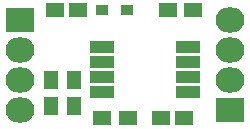
<source format=gts>
G04 #@! TF.FileFunction,Soldermask,Top*
%FSLAX46Y46*%
G04 Gerber Fmt 4.6, Leading zero omitted, Abs format (unit mm)*
G04 Created by KiCad (PCBNEW 0.201509051501+6156~29~ubuntu14.04.1-product) date Wed 20 Jan 2016 21:47:34 GMT*
%MOMM*%
G01*
G04 APERTURE LIST*
%ADD10C,0.100000*%
%ADD11R,1.600000X1.150000*%
%ADD12R,0.990000X0.850000*%
%ADD13R,2.100000X1.050000*%
%ADD14R,1.300000X1.600000*%
%ADD15R,1.600000X1.300000*%
%ADD16R,2.432000X2.127200*%
%ADD17O,2.432000X2.127200*%
G04 APERTURE END LIST*
D10*
D11*
X223310000Y-102000000D03*
X221410000Y-102000000D03*
D12*
X225335000Y-102000000D03*
X227445000Y-102000000D03*
D13*
X225350000Y-105095000D03*
X225350000Y-106365000D03*
X225350000Y-107635000D03*
X225350000Y-108905000D03*
X232650000Y-108905000D03*
X232650000Y-107635000D03*
X232650000Y-106365000D03*
X232650000Y-105095000D03*
D14*
X221000000Y-110100000D03*
X221000000Y-107900000D03*
X223000000Y-110100000D03*
X223000000Y-107900000D03*
D15*
X230900000Y-102000000D03*
X233100000Y-102000000D03*
X227530000Y-111150000D03*
X225330000Y-111150000D03*
D16*
X218440000Y-102870000D03*
D17*
X218440000Y-105410000D03*
X218440000Y-107950000D03*
X218440000Y-110490000D03*
D16*
X236220000Y-110490000D03*
D17*
X236220000Y-107950000D03*
X236220000Y-105410000D03*
X236220000Y-102870000D03*
D11*
X230370000Y-111090000D03*
X232270000Y-111090000D03*
M02*

</source>
